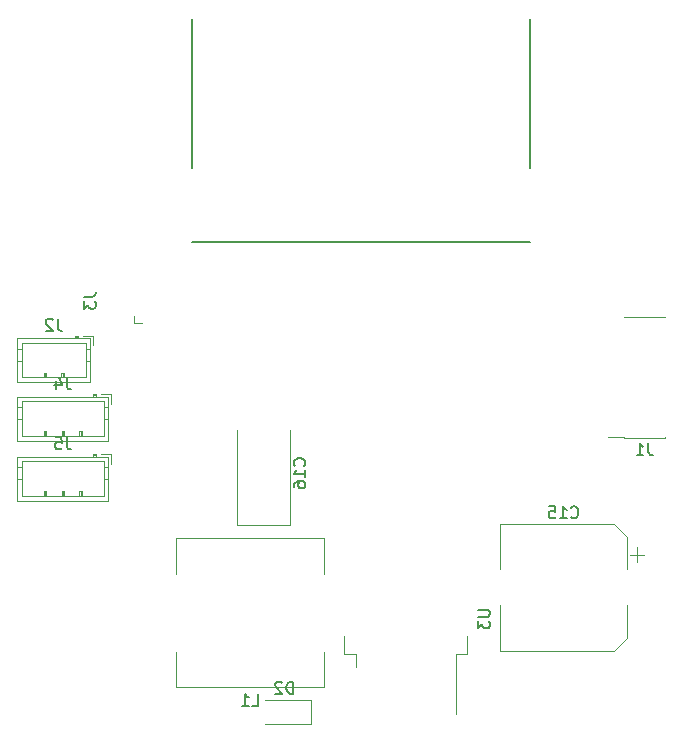
<source format=gbr>
%TF.GenerationSoftware,KiCad,Pcbnew,(5.1.9)-1*%
%TF.CreationDate,2024-04-03T16:53:24+03:00*%
%TF.ProjectId,jantteri_left,6a616e74-7465-4726-995f-6c6566742e6b,rev?*%
%TF.SameCoordinates,Original*%
%TF.FileFunction,Legend,Bot*%
%TF.FilePolarity,Positive*%
%FSLAX46Y46*%
G04 Gerber Fmt 4.6, Leading zero omitted, Abs format (unit mm)*
G04 Created by KiCad (PCBNEW (5.1.9)-1) date 2024-04-03 16:53:24*
%MOMM*%
%LPD*%
G01*
G04 APERTURE LIST*
%ADD10C,0.200000*%
%ADD11C,0.120000*%
%ADD12C,0.150000*%
G04 APERTURE END LIST*
D10*
X174853126Y-56276393D02*
X146208872Y-56276393D01*
X146208872Y-50076394D02*
X146208872Y-37414673D01*
X174853126Y-37414673D02*
X174853126Y-50076393D01*
D11*
%TO.C,J5*%
X139353999Y-74282393D02*
X139353999Y-75082393D01*
X138553999Y-74282393D02*
X139353999Y-74282393D01*
X133793999Y-77802393D02*
X133793999Y-77402393D01*
X133693999Y-77402393D02*
X133693999Y-77802393D01*
X133893999Y-77402393D02*
X133693999Y-77402393D01*
X133893999Y-77802393D02*
X133893999Y-77402393D01*
X135293999Y-77802393D02*
X135293999Y-77402393D01*
X135193999Y-77402393D02*
X135193999Y-77802393D01*
X135393999Y-77402393D02*
X135193999Y-77402393D01*
X135393999Y-77802393D02*
X135393999Y-77402393D01*
X136793999Y-77802393D02*
X136793999Y-77402393D01*
X136693999Y-77402393D02*
X136693999Y-77802393D01*
X136893999Y-77402393D02*
X136693999Y-77402393D01*
X136893999Y-77802393D02*
X136893999Y-77402393D01*
X131433999Y-76392393D02*
X131833999Y-76392393D01*
X131433999Y-75392393D02*
X131833999Y-75392393D01*
X139153999Y-76392393D02*
X138753999Y-76392393D01*
X139153999Y-75392393D02*
X138753999Y-75392393D01*
X131833999Y-74882393D02*
X138753999Y-74882393D01*
X131833999Y-77802393D02*
X131833999Y-74882393D01*
X138753999Y-77802393D02*
X131833999Y-77802393D01*
X138753999Y-74882393D02*
X138753999Y-77802393D01*
X137843999Y-74382393D02*
X138143999Y-74382393D01*
X138143999Y-74282393D02*
X138143999Y-74482393D01*
X137843999Y-74282393D02*
X138143999Y-74282393D01*
X137843999Y-74482393D02*
X137843999Y-74282393D01*
X131433999Y-74482393D02*
X139153999Y-74482393D01*
X131433999Y-78202393D02*
X131433999Y-74482393D01*
X139153999Y-78202393D02*
X131433999Y-78202393D01*
X139153999Y-74482393D02*
X139153999Y-78202393D01*
%TO.C,J4*%
X139153999Y-69402393D02*
X139153999Y-73122393D01*
X139153999Y-73122393D02*
X131433999Y-73122393D01*
X131433999Y-73122393D02*
X131433999Y-69402393D01*
X131433999Y-69402393D02*
X139153999Y-69402393D01*
X137843999Y-69402393D02*
X137843999Y-69202393D01*
X137843999Y-69202393D02*
X138143999Y-69202393D01*
X138143999Y-69202393D02*
X138143999Y-69402393D01*
X137843999Y-69302393D02*
X138143999Y-69302393D01*
X138753999Y-69802393D02*
X138753999Y-72722393D01*
X138753999Y-72722393D02*
X131833999Y-72722393D01*
X131833999Y-72722393D02*
X131833999Y-69802393D01*
X131833999Y-69802393D02*
X138753999Y-69802393D01*
X139153999Y-70312393D02*
X138753999Y-70312393D01*
X139153999Y-71312393D02*
X138753999Y-71312393D01*
X131433999Y-70312393D02*
X131833999Y-70312393D01*
X131433999Y-71312393D02*
X131833999Y-71312393D01*
X136893999Y-72722393D02*
X136893999Y-72322393D01*
X136893999Y-72322393D02*
X136693999Y-72322393D01*
X136693999Y-72322393D02*
X136693999Y-72722393D01*
X136793999Y-72722393D02*
X136793999Y-72322393D01*
X135393999Y-72722393D02*
X135393999Y-72322393D01*
X135393999Y-72322393D02*
X135193999Y-72322393D01*
X135193999Y-72322393D02*
X135193999Y-72722393D01*
X135293999Y-72722393D02*
X135293999Y-72322393D01*
X133893999Y-72722393D02*
X133893999Y-72322393D01*
X133893999Y-72322393D02*
X133693999Y-72322393D01*
X133693999Y-72322393D02*
X133693999Y-72722393D01*
X133793999Y-72722393D02*
X133793999Y-72322393D01*
X138553999Y-69202393D02*
X139353999Y-69202393D01*
X139353999Y-69202393D02*
X139353999Y-70002393D01*
%TO.C,J3*%
X141353999Y-62557393D02*
X141353999Y-63192393D01*
X141353999Y-63192393D02*
X141988999Y-63192393D01*
%TO.C,C15*%
X172315999Y-90904393D02*
X172315999Y-87054393D01*
X172315999Y-80184393D02*
X172315999Y-84034393D01*
X181971562Y-80184393D02*
X172315999Y-80184393D01*
X181971562Y-90904393D02*
X172315999Y-90904393D01*
X183035999Y-89839956D02*
X183035999Y-87054393D01*
X183035999Y-81248830D02*
X183035999Y-84034393D01*
X183035999Y-81248830D02*
X181971562Y-80184393D01*
X183035999Y-89839956D02*
X181971562Y-90904393D01*
X184525999Y-82784393D02*
X183275999Y-82784393D01*
X183900999Y-82159393D02*
X183900999Y-83409393D01*
%TO.C,C16*%
X154535999Y-72242393D02*
X154535999Y-80302393D01*
X154535999Y-80302393D02*
X150015999Y-80302393D01*
X150015999Y-80302393D02*
X150015999Y-72242393D01*
%TO.C,D2*%
X156303999Y-95085393D02*
X156303999Y-97085393D01*
X156303999Y-97085393D02*
X152403999Y-97085393D01*
X156303999Y-95085393D02*
X152403999Y-95085393D01*
%TO.C,J1*%
X182768999Y-72904393D02*
X186298999Y-72904393D01*
X182768999Y-62624393D02*
X186298999Y-62624393D01*
X181443999Y-72839393D02*
X182768999Y-72839393D01*
X182768999Y-72904393D02*
X182768999Y-72839393D01*
X186298999Y-72904393D02*
X186298999Y-72839393D01*
X182768999Y-62689393D02*
X182768999Y-62624393D01*
X186298999Y-62689393D02*
X186298999Y-62624393D01*
%TO.C,J2*%
X137629999Y-64449393D02*
X137629999Y-68169393D01*
X137629999Y-68169393D02*
X131409999Y-68169393D01*
X131409999Y-68169393D02*
X131409999Y-64449393D01*
X131409999Y-64449393D02*
X137629999Y-64449393D01*
X136319999Y-64449393D02*
X136319999Y-64249393D01*
X136319999Y-64249393D02*
X136619999Y-64249393D01*
X136619999Y-64249393D02*
X136619999Y-64449393D01*
X136319999Y-64349393D02*
X136619999Y-64349393D01*
X137229999Y-64849393D02*
X137229999Y-67769393D01*
X137229999Y-67769393D02*
X131809999Y-67769393D01*
X131809999Y-67769393D02*
X131809999Y-64849393D01*
X131809999Y-64849393D02*
X137229999Y-64849393D01*
X137629999Y-65359393D02*
X137229999Y-65359393D01*
X137629999Y-66359393D02*
X137229999Y-66359393D01*
X131409999Y-65359393D02*
X131809999Y-65359393D01*
X131409999Y-66359393D02*
X131809999Y-66359393D01*
X135369999Y-67769393D02*
X135369999Y-67369393D01*
X135369999Y-67369393D02*
X135169999Y-67369393D01*
X135169999Y-67369393D02*
X135169999Y-67769393D01*
X135269999Y-67769393D02*
X135269999Y-67369393D01*
X133869999Y-67769393D02*
X133869999Y-67369393D01*
X133869999Y-67369393D02*
X133669999Y-67369393D01*
X133669999Y-67369393D02*
X133669999Y-67769393D01*
X133769999Y-67769393D02*
X133769999Y-67369393D01*
X137029999Y-64249393D02*
X137829999Y-64249393D01*
X137829999Y-64249393D02*
X137829999Y-65049393D01*
%TO.C,L1*%
X157435999Y-84403393D02*
X157435999Y-81403393D01*
X157435999Y-81403393D02*
X144835999Y-81403393D01*
X144835999Y-81403393D02*
X144835999Y-84403393D01*
X144835999Y-91003393D02*
X144835999Y-94003393D01*
X144835999Y-94003393D02*
X157435999Y-94003393D01*
X157435999Y-94003393D02*
X157435999Y-91003393D01*
%TO.C,U3*%
X169540999Y-89661393D02*
X169540999Y-91161393D01*
X169540999Y-91161393D02*
X168590999Y-91161393D01*
X168590999Y-91161393D02*
X168590999Y-96286393D01*
X159140999Y-89661393D02*
X159140999Y-91161393D01*
X159140999Y-91161393D02*
X160090999Y-91161393D01*
X160090999Y-91161393D02*
X160090999Y-92261393D01*
%TO.C,J5*%
D12*
X135627332Y-72844773D02*
X135627332Y-73559059D01*
X135674951Y-73701916D01*
X135770189Y-73797154D01*
X135913046Y-73844773D01*
X136008284Y-73844773D01*
X134674951Y-72844773D02*
X135151141Y-72844773D01*
X135198760Y-73320964D01*
X135151141Y-73273345D01*
X135055903Y-73225726D01*
X134817808Y-73225726D01*
X134722570Y-73273345D01*
X134674951Y-73320964D01*
X134627332Y-73416202D01*
X134627332Y-73654297D01*
X134674951Y-73749535D01*
X134722570Y-73797154D01*
X134817808Y-73844773D01*
X135055903Y-73844773D01*
X135151141Y-73797154D01*
X135198760Y-73749535D01*
%TO.C,J4*%
X135627332Y-67764773D02*
X135627332Y-68479059D01*
X135674951Y-68621916D01*
X135770189Y-68717154D01*
X135913046Y-68764773D01*
X136008284Y-68764773D01*
X134722570Y-68098107D02*
X134722570Y-68764773D01*
X134960665Y-67717154D02*
X135198760Y-68431440D01*
X134579713Y-68431440D01*
%TO.C,J3*%
X137076379Y-60954059D02*
X137790665Y-60954059D01*
X137933522Y-60906440D01*
X138028760Y-60811202D01*
X138076379Y-60668345D01*
X138076379Y-60573107D01*
X137076379Y-61335012D02*
X137076379Y-61954059D01*
X137457332Y-61620726D01*
X137457332Y-61763583D01*
X137504951Y-61858821D01*
X137552570Y-61906440D01*
X137647808Y-61954059D01*
X137885903Y-61954059D01*
X137981141Y-61906440D01*
X138028760Y-61858821D01*
X138076379Y-61763583D01*
X138076379Y-61477869D01*
X138028760Y-61382631D01*
X137981141Y-61335012D01*
%TO.C,C15*%
X178318856Y-79601535D02*
X178366475Y-79649154D01*
X178509332Y-79696773D01*
X178604570Y-79696773D01*
X178747427Y-79649154D01*
X178842665Y-79553916D01*
X178890284Y-79458678D01*
X178937903Y-79268202D01*
X178937903Y-79125345D01*
X178890284Y-78934869D01*
X178842665Y-78839631D01*
X178747427Y-78744393D01*
X178604570Y-78696773D01*
X178509332Y-78696773D01*
X178366475Y-78744393D01*
X178318856Y-78792012D01*
X177366475Y-79696773D02*
X177937903Y-79696773D01*
X177652189Y-79696773D02*
X177652189Y-78696773D01*
X177747427Y-78839631D01*
X177842665Y-78934869D01*
X177937903Y-78982488D01*
X176461713Y-78696773D02*
X176937903Y-78696773D01*
X176985522Y-79172964D01*
X176937903Y-79125345D01*
X176842665Y-79077726D01*
X176604570Y-79077726D01*
X176509332Y-79125345D01*
X176461713Y-79172964D01*
X176414094Y-79268202D01*
X176414094Y-79506297D01*
X176461713Y-79601535D01*
X176509332Y-79649154D01*
X176604570Y-79696773D01*
X176842665Y-79696773D01*
X176937903Y-79649154D01*
X176985522Y-79601535D01*
%TO.C,C16*%
X155733141Y-75249535D02*
X155780760Y-75201916D01*
X155828379Y-75059059D01*
X155828379Y-74963821D01*
X155780760Y-74820964D01*
X155685522Y-74725726D01*
X155590284Y-74678107D01*
X155399808Y-74630488D01*
X155256951Y-74630488D01*
X155066475Y-74678107D01*
X154971237Y-74725726D01*
X154875999Y-74820964D01*
X154828379Y-74963821D01*
X154828379Y-75059059D01*
X154875999Y-75201916D01*
X154923618Y-75249535D01*
X155828379Y-76201916D02*
X155828379Y-75630488D01*
X155828379Y-75916202D02*
X154828379Y-75916202D01*
X154971237Y-75820964D01*
X155066475Y-75725726D01*
X155114094Y-75630488D01*
X154828379Y-77059059D02*
X154828379Y-76868583D01*
X154875999Y-76773345D01*
X154923618Y-76725726D01*
X155066475Y-76630488D01*
X155256951Y-76582869D01*
X155637903Y-76582869D01*
X155733141Y-76630488D01*
X155780760Y-76678107D01*
X155828379Y-76773345D01*
X155828379Y-76963821D01*
X155780760Y-77059059D01*
X155733141Y-77106678D01*
X155637903Y-77154297D01*
X155399808Y-77154297D01*
X155304570Y-77106678D01*
X155256951Y-77059059D01*
X155209332Y-76963821D01*
X155209332Y-76773345D01*
X155256951Y-76678107D01*
X155304570Y-76630488D01*
X155399808Y-76582869D01*
%TO.C,D2*%
X154792094Y-94537773D02*
X154792094Y-93537773D01*
X154553999Y-93537773D01*
X154411141Y-93585393D01*
X154315903Y-93680631D01*
X154268284Y-93775869D01*
X154220665Y-93966345D01*
X154220665Y-94109202D01*
X154268284Y-94299678D01*
X154315903Y-94394916D01*
X154411141Y-94490154D01*
X154553999Y-94537773D01*
X154792094Y-94537773D01*
X153839713Y-93633012D02*
X153792094Y-93585393D01*
X153696856Y-93537773D01*
X153458760Y-93537773D01*
X153363522Y-93585393D01*
X153315903Y-93633012D01*
X153268284Y-93728250D01*
X153268284Y-93823488D01*
X153315903Y-93966345D01*
X153887332Y-94537773D01*
X153268284Y-94537773D01*
%TO.C,J1*%
X184867332Y-73356773D02*
X184867332Y-74071059D01*
X184914951Y-74213916D01*
X185010189Y-74309154D01*
X185153046Y-74356773D01*
X185248284Y-74356773D01*
X183867332Y-74356773D02*
X184438760Y-74356773D01*
X184153046Y-74356773D02*
X184153046Y-73356773D01*
X184248284Y-73499631D01*
X184343522Y-73594869D01*
X184438760Y-73642488D01*
%TO.C,J2*%
X134853332Y-62811773D02*
X134853332Y-63526059D01*
X134900951Y-63668916D01*
X134996189Y-63764154D01*
X135139046Y-63811773D01*
X135234284Y-63811773D01*
X134424760Y-62907012D02*
X134377141Y-62859393D01*
X134281903Y-62811773D01*
X134043808Y-62811773D01*
X133948570Y-62859393D01*
X133900951Y-62907012D01*
X133853332Y-63002250D01*
X133853332Y-63097488D01*
X133900951Y-63240345D01*
X134472379Y-63811773D01*
X133853332Y-63811773D01*
%TO.C,L1*%
X151302665Y-95555773D02*
X151778856Y-95555773D01*
X151778856Y-94555773D01*
X150445522Y-95555773D02*
X151016951Y-95555773D01*
X150731237Y-95555773D02*
X150731237Y-94555773D01*
X150826475Y-94698631D01*
X150921713Y-94793869D01*
X151016951Y-94841488D01*
%TO.C,U3*%
X170443379Y-87449488D02*
X171252903Y-87449488D01*
X171348141Y-87497107D01*
X171395760Y-87544726D01*
X171443379Y-87639964D01*
X171443379Y-87830440D01*
X171395760Y-87925678D01*
X171348141Y-87973297D01*
X171252903Y-88020916D01*
X170443379Y-88020916D01*
X170443379Y-88401869D02*
X170443379Y-89020916D01*
X170824332Y-88687583D01*
X170824332Y-88830440D01*
X170871951Y-88925678D01*
X170919570Y-88973297D01*
X171014808Y-89020916D01*
X171252903Y-89020916D01*
X171348141Y-88973297D01*
X171395760Y-88925678D01*
X171443379Y-88830440D01*
X171443379Y-88544726D01*
X171395760Y-88449488D01*
X171348141Y-88401869D01*
%TD*%
M02*

</source>
